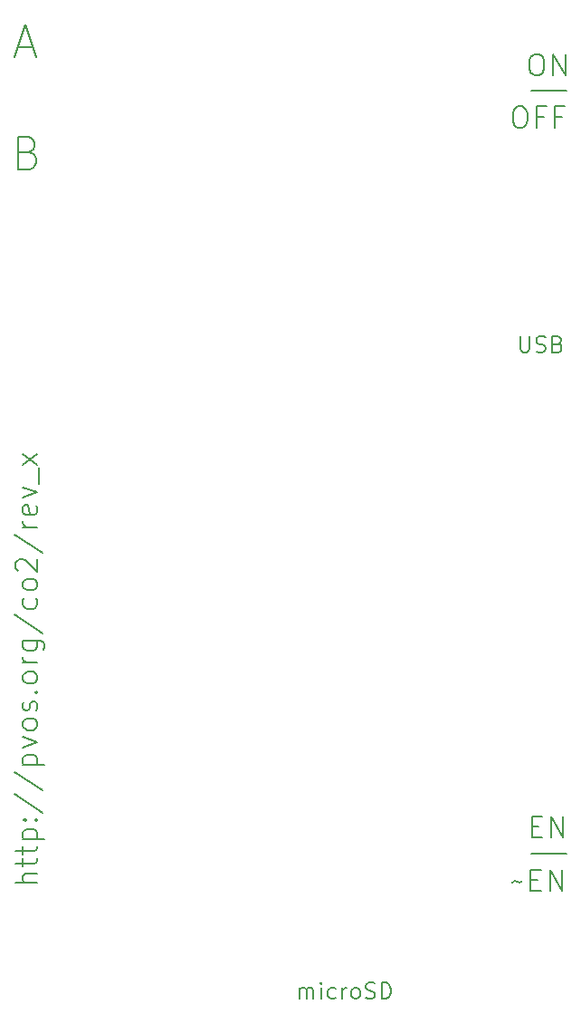
<source format=gbr>
%TF.GenerationSoftware,KiCad,Pcbnew,6.0.10-86aedd382b~118~ubuntu22.04.1*%
%TF.CreationDate,2023-01-20T18:03:14-05:00*%
%TF.ProjectId,picoco2_cover,7069636f-636f-4325-9f63-6f7665722e6b,rev?*%
%TF.SameCoordinates,Original*%
%TF.FileFunction,Legend,Top*%
%TF.FilePolarity,Positive*%
%FSLAX46Y46*%
G04 Gerber Fmt 4.6, Leading zero omitted, Abs format (unit mm)*
G04 Created by KiCad (PCBNEW 6.0.10-86aedd382b~118~ubuntu22.04.1) date 2023-01-20 18:03:14*
%MOMM*%
%LPD*%
G01*
G04 APERTURE LIST*
%ADD10C,0.150000*%
G04 APERTURE END LIST*
D10*
X53400000Y-16900000D02*
X50100000Y-16900000D01*
X53400000Y-88200000D02*
X50100000Y-88200000D01*
X50461904Y-13504761D02*
X50842857Y-13504761D01*
X51033333Y-13600000D01*
X51223809Y-13790476D01*
X51319047Y-14171428D01*
X51319047Y-14838095D01*
X51223809Y-15219047D01*
X51033333Y-15409523D01*
X50842857Y-15504761D01*
X50461904Y-15504761D01*
X50271428Y-15409523D01*
X50080952Y-15219047D01*
X49985714Y-14838095D01*
X49985714Y-14171428D01*
X50080952Y-13790476D01*
X50271428Y-13600000D01*
X50461904Y-13504761D01*
X52176190Y-15504761D02*
X52176190Y-13504761D01*
X53319047Y-15504761D01*
X53319047Y-13504761D01*
X50173928Y-85657142D02*
X50840595Y-85657142D01*
X51126309Y-86704761D02*
X50173928Y-86704761D01*
X50173928Y-84704761D01*
X51126309Y-84704761D01*
X51983452Y-86704761D02*
X51983452Y-84704761D01*
X53126309Y-86704761D01*
X53126309Y-84704761D01*
X48895238Y-18404761D02*
X49276190Y-18404761D01*
X49466666Y-18500000D01*
X49657142Y-18690476D01*
X49752380Y-19071428D01*
X49752380Y-19738095D01*
X49657142Y-20119047D01*
X49466666Y-20309523D01*
X49276190Y-20404761D01*
X48895238Y-20404761D01*
X48704761Y-20309523D01*
X48514285Y-20119047D01*
X48419047Y-19738095D01*
X48419047Y-19071428D01*
X48514285Y-18690476D01*
X48704761Y-18500000D01*
X48895238Y-18404761D01*
X51276190Y-19357142D02*
X50609523Y-19357142D01*
X50609523Y-20404761D02*
X50609523Y-18404761D01*
X51561904Y-18404761D01*
X52990476Y-19357142D02*
X52323809Y-19357142D01*
X52323809Y-20404761D02*
X52323809Y-18404761D01*
X53276190Y-18404761D01*
X3114285Y-22685714D02*
X3542857Y-22828571D01*
X3685714Y-22971428D01*
X3828571Y-23257142D01*
X3828571Y-23685714D01*
X3685714Y-23971428D01*
X3542857Y-24114285D01*
X3257142Y-24257142D01*
X2114285Y-24257142D01*
X2114285Y-21257142D01*
X3114285Y-21257142D01*
X3400000Y-21400000D01*
X3542857Y-21542857D01*
X3685714Y-21828571D01*
X3685714Y-22114285D01*
X3542857Y-22400000D01*
X3400000Y-22542857D01*
X3114285Y-22685714D01*
X2114285Y-22685714D01*
X3904761Y-90952380D02*
X1904761Y-90952380D01*
X3904761Y-90095238D02*
X2857142Y-90095238D01*
X2666666Y-90190476D01*
X2571428Y-90380952D01*
X2571428Y-90666666D01*
X2666666Y-90857142D01*
X2761904Y-90952380D01*
X2571428Y-89428571D02*
X2571428Y-88666666D01*
X1904761Y-89142857D02*
X3619047Y-89142857D01*
X3809523Y-89047619D01*
X3904761Y-88857142D01*
X3904761Y-88666666D01*
X2571428Y-88285714D02*
X2571428Y-87523809D01*
X1904761Y-88000000D02*
X3619047Y-88000000D01*
X3809523Y-87904761D01*
X3904761Y-87714285D01*
X3904761Y-87523809D01*
X2571428Y-86857142D02*
X4571428Y-86857142D01*
X2666666Y-86857142D02*
X2571428Y-86666666D01*
X2571428Y-86285714D01*
X2666666Y-86095238D01*
X2761904Y-86000000D01*
X2952380Y-85904761D01*
X3523809Y-85904761D01*
X3714285Y-86000000D01*
X3809523Y-86095238D01*
X3904761Y-86285714D01*
X3904761Y-86666666D01*
X3809523Y-86857142D01*
X3714285Y-85047619D02*
X3809523Y-84952380D01*
X3904761Y-85047619D01*
X3809523Y-85142857D01*
X3714285Y-85047619D01*
X3904761Y-85047619D01*
X2666666Y-85047619D02*
X2761904Y-84952380D01*
X2857142Y-85047619D01*
X2761904Y-85142857D01*
X2666666Y-85047619D01*
X2857142Y-85047619D01*
X1809523Y-82666666D02*
X4380952Y-84380952D01*
X1809523Y-80571428D02*
X4380952Y-82285714D01*
X2571428Y-79904761D02*
X4571428Y-79904761D01*
X2666666Y-79904761D02*
X2571428Y-79714285D01*
X2571428Y-79333333D01*
X2666666Y-79142857D01*
X2761904Y-79047619D01*
X2952380Y-78952380D01*
X3523809Y-78952380D01*
X3714285Y-79047619D01*
X3809523Y-79142857D01*
X3904761Y-79333333D01*
X3904761Y-79714285D01*
X3809523Y-79904761D01*
X2571428Y-78285714D02*
X3904761Y-77809523D01*
X2571428Y-77333333D01*
X3904761Y-76285714D02*
X3809523Y-76476190D01*
X3714285Y-76571428D01*
X3523809Y-76666666D01*
X2952380Y-76666666D01*
X2761904Y-76571428D01*
X2666666Y-76476190D01*
X2571428Y-76285714D01*
X2571428Y-76000000D01*
X2666666Y-75809523D01*
X2761904Y-75714285D01*
X2952380Y-75619047D01*
X3523809Y-75619047D01*
X3714285Y-75714285D01*
X3809523Y-75809523D01*
X3904761Y-76000000D01*
X3904761Y-76285714D01*
X3809523Y-74857142D02*
X3904761Y-74666666D01*
X3904761Y-74285714D01*
X3809523Y-74095238D01*
X3619047Y-74000000D01*
X3523809Y-74000000D01*
X3333333Y-74095238D01*
X3238095Y-74285714D01*
X3238095Y-74571428D01*
X3142857Y-74761904D01*
X2952380Y-74857142D01*
X2857142Y-74857142D01*
X2666666Y-74761904D01*
X2571428Y-74571428D01*
X2571428Y-74285714D01*
X2666666Y-74095238D01*
X3714285Y-73142857D02*
X3809523Y-73047619D01*
X3904761Y-73142857D01*
X3809523Y-73238095D01*
X3714285Y-73142857D01*
X3904761Y-73142857D01*
X3904761Y-71904761D02*
X3809523Y-72095238D01*
X3714285Y-72190476D01*
X3523809Y-72285714D01*
X2952380Y-72285714D01*
X2761904Y-72190476D01*
X2666666Y-72095238D01*
X2571428Y-71904761D01*
X2571428Y-71619047D01*
X2666666Y-71428571D01*
X2761904Y-71333333D01*
X2952380Y-71238095D01*
X3523809Y-71238095D01*
X3714285Y-71333333D01*
X3809523Y-71428571D01*
X3904761Y-71619047D01*
X3904761Y-71904761D01*
X3904761Y-70380952D02*
X2571428Y-70380952D01*
X2952380Y-70380952D02*
X2761904Y-70285714D01*
X2666666Y-70190476D01*
X2571428Y-70000000D01*
X2571428Y-69809523D01*
X2571428Y-68285714D02*
X4190476Y-68285714D01*
X4380952Y-68380952D01*
X4476190Y-68476190D01*
X4571428Y-68666666D01*
X4571428Y-68952380D01*
X4476190Y-69142857D01*
X3809523Y-68285714D02*
X3904761Y-68476190D01*
X3904761Y-68857142D01*
X3809523Y-69047619D01*
X3714285Y-69142857D01*
X3523809Y-69238095D01*
X2952380Y-69238095D01*
X2761904Y-69142857D01*
X2666666Y-69047619D01*
X2571428Y-68857142D01*
X2571428Y-68476190D01*
X2666666Y-68285714D01*
X1809523Y-65904761D02*
X4380952Y-67619047D01*
X3809523Y-64380952D02*
X3904761Y-64571428D01*
X3904761Y-64952380D01*
X3809523Y-65142857D01*
X3714285Y-65238095D01*
X3523809Y-65333333D01*
X2952380Y-65333333D01*
X2761904Y-65238095D01*
X2666666Y-65142857D01*
X2571428Y-64952380D01*
X2571428Y-64571428D01*
X2666666Y-64380952D01*
X3904761Y-63238095D02*
X3809523Y-63428571D01*
X3714285Y-63523809D01*
X3523809Y-63619047D01*
X2952380Y-63619047D01*
X2761904Y-63523809D01*
X2666666Y-63428571D01*
X2571428Y-63238095D01*
X2571428Y-62952380D01*
X2666666Y-62761904D01*
X2761904Y-62666666D01*
X2952380Y-62571428D01*
X3523809Y-62571428D01*
X3714285Y-62666666D01*
X3809523Y-62761904D01*
X3904761Y-62952380D01*
X3904761Y-63238095D01*
X2095238Y-61809523D02*
X2000000Y-61714285D01*
X1904761Y-61523809D01*
X1904761Y-61047619D01*
X2000000Y-60857142D01*
X2095238Y-60761904D01*
X2285714Y-60666666D01*
X2476190Y-60666666D01*
X2761904Y-60761904D01*
X3904761Y-61904761D01*
X3904761Y-60666666D01*
X1809523Y-58380952D02*
X4380952Y-60095238D01*
X3904761Y-57714285D02*
X2571428Y-57714285D01*
X2952380Y-57714285D02*
X2761904Y-57619047D01*
X2666666Y-57523809D01*
X2571428Y-57333333D01*
X2571428Y-57142857D01*
X3809523Y-55714285D02*
X3904761Y-55904761D01*
X3904761Y-56285714D01*
X3809523Y-56476190D01*
X3619047Y-56571428D01*
X2857142Y-56571428D01*
X2666666Y-56476190D01*
X2571428Y-56285714D01*
X2571428Y-55904761D01*
X2666666Y-55714285D01*
X2857142Y-55619047D01*
X3047619Y-55619047D01*
X3238095Y-56571428D01*
X2571428Y-54952380D02*
X3904761Y-54476190D01*
X2571428Y-54000000D01*
X4095238Y-53714285D02*
X4095238Y-52190476D01*
X3904761Y-51904761D02*
X2571428Y-50857142D01*
X2571428Y-51904761D02*
X3904761Y-50857142D01*
X48359642Y-90942857D02*
X48454880Y-90847619D01*
X48645357Y-90752380D01*
X49026309Y-90942857D01*
X49216785Y-90847619D01*
X49312023Y-90752380D01*
X50073928Y-90657142D02*
X50740595Y-90657142D01*
X51026309Y-91704761D02*
X50073928Y-91704761D01*
X50073928Y-89704761D01*
X51026309Y-89704761D01*
X51883452Y-91704761D02*
X51883452Y-89704761D01*
X53026309Y-91704761D01*
X53026309Y-89704761D01*
X49107142Y-39878571D02*
X49107142Y-41092857D01*
X49178571Y-41235714D01*
X49250000Y-41307142D01*
X49392857Y-41378571D01*
X49678571Y-41378571D01*
X49821428Y-41307142D01*
X49892857Y-41235714D01*
X49964285Y-41092857D01*
X49964285Y-39878571D01*
X50607142Y-41307142D02*
X50821428Y-41378571D01*
X51178571Y-41378571D01*
X51321428Y-41307142D01*
X51392857Y-41235714D01*
X51464285Y-41092857D01*
X51464285Y-40950000D01*
X51392857Y-40807142D01*
X51321428Y-40735714D01*
X51178571Y-40664285D01*
X50892857Y-40592857D01*
X50750000Y-40521428D01*
X50678571Y-40450000D01*
X50607142Y-40307142D01*
X50607142Y-40164285D01*
X50678571Y-40021428D01*
X50750000Y-39950000D01*
X50892857Y-39878571D01*
X51250000Y-39878571D01*
X51464285Y-39950000D01*
X52607142Y-40592857D02*
X52821428Y-40664285D01*
X52892857Y-40735714D01*
X52964285Y-40878571D01*
X52964285Y-41092857D01*
X52892857Y-41235714D01*
X52821428Y-41307142D01*
X52678571Y-41378571D01*
X52107142Y-41378571D01*
X52107142Y-39878571D01*
X52607142Y-39878571D01*
X52750000Y-39950000D01*
X52821428Y-40021428D01*
X52892857Y-40164285D01*
X52892857Y-40307142D01*
X52821428Y-40450000D01*
X52750000Y-40521428D01*
X52607142Y-40592857D01*
X52107142Y-40592857D01*
X28450000Y-101778571D02*
X28450000Y-100778571D01*
X28450000Y-100921428D02*
X28521428Y-100850000D01*
X28664285Y-100778571D01*
X28878571Y-100778571D01*
X29021428Y-100850000D01*
X29092857Y-100992857D01*
X29092857Y-101778571D01*
X29092857Y-100992857D02*
X29164285Y-100850000D01*
X29307142Y-100778571D01*
X29521428Y-100778571D01*
X29664285Y-100850000D01*
X29735714Y-100992857D01*
X29735714Y-101778571D01*
X30450000Y-101778571D02*
X30450000Y-100778571D01*
X30450000Y-100278571D02*
X30378571Y-100350000D01*
X30450000Y-100421428D01*
X30521428Y-100350000D01*
X30450000Y-100278571D01*
X30450000Y-100421428D01*
X31807142Y-101707142D02*
X31664285Y-101778571D01*
X31378571Y-101778571D01*
X31235714Y-101707142D01*
X31164285Y-101635714D01*
X31092857Y-101492857D01*
X31092857Y-101064285D01*
X31164285Y-100921428D01*
X31235714Y-100850000D01*
X31378571Y-100778571D01*
X31664285Y-100778571D01*
X31807142Y-100850000D01*
X32450000Y-101778571D02*
X32450000Y-100778571D01*
X32450000Y-101064285D02*
X32521428Y-100921428D01*
X32592857Y-100850000D01*
X32735714Y-100778571D01*
X32878571Y-100778571D01*
X33592857Y-101778571D02*
X33450000Y-101707142D01*
X33378571Y-101635714D01*
X33307142Y-101492857D01*
X33307142Y-101064285D01*
X33378571Y-100921428D01*
X33450000Y-100850000D01*
X33592857Y-100778571D01*
X33807142Y-100778571D01*
X33950000Y-100850000D01*
X34021428Y-100921428D01*
X34092857Y-101064285D01*
X34092857Y-101492857D01*
X34021428Y-101635714D01*
X33950000Y-101707142D01*
X33807142Y-101778571D01*
X33592857Y-101778571D01*
X34664285Y-101707142D02*
X34878571Y-101778571D01*
X35235714Y-101778571D01*
X35378571Y-101707142D01*
X35450000Y-101635714D01*
X35521428Y-101492857D01*
X35521428Y-101350000D01*
X35450000Y-101207142D01*
X35378571Y-101135714D01*
X35235714Y-101064285D01*
X34950000Y-100992857D01*
X34807142Y-100921428D01*
X34735714Y-100850000D01*
X34664285Y-100707142D01*
X34664285Y-100564285D01*
X34735714Y-100421428D01*
X34807142Y-100350000D01*
X34950000Y-100278571D01*
X35307142Y-100278571D01*
X35521428Y-100350000D01*
X36164285Y-101778571D02*
X36164285Y-100278571D01*
X36521428Y-100278571D01*
X36735714Y-100350000D01*
X36878571Y-100492857D01*
X36950000Y-100635714D01*
X37021428Y-100921428D01*
X37021428Y-101135714D01*
X36950000Y-101421428D01*
X36878571Y-101564285D01*
X36735714Y-101707142D01*
X36521428Y-101778571D01*
X36164285Y-101778571D01*
X2085714Y-12900000D02*
X3514285Y-12900000D01*
X1800000Y-13757142D02*
X2800000Y-10757142D01*
X3800000Y-13757142D01*
M02*

</source>
